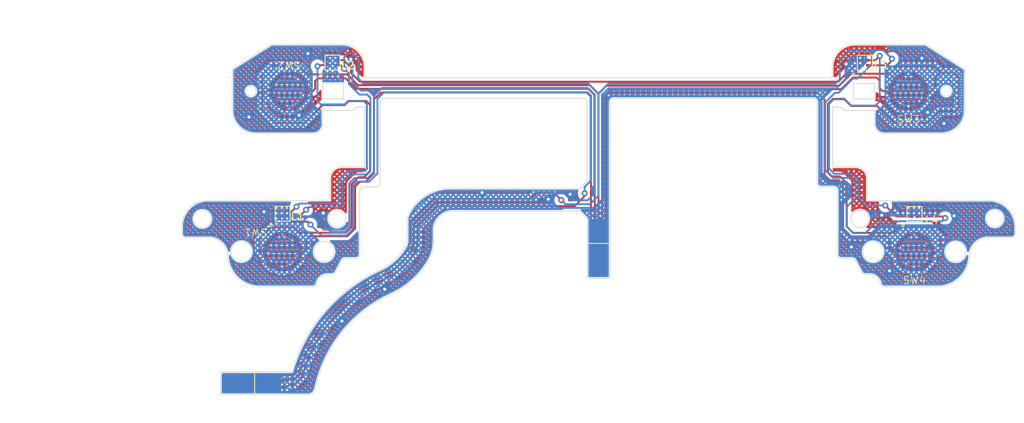
<source format=kicad_pcb>
(kicad_pcb (version 20240108) (generator "pcbnew") (generator_version "8.0")
  (layers (0 "F.Cu" signal) (31 "B.Cu" signal) (34 "B.Paste" user) (35 "F.Paste" user) (36 "B.SilkS" user "B.Silkscreen") (37 "F.SilkS" user "F.Silkscreen") (38 "B.Mask" user) (39 "F.Mask" user) (44 "Edge.Cuts" user))
  (net 0 "")
  (net 1 "ZL_Pull")
  (net 2 "L_Pull")
  (net 3 "Scan_D")
  (net 4 "R_Pull")
  (net 5 "ZR_Pull")
  (net 6 "TRIGGER_RGB")
  (net 7 "GND")
  (net 8 "+3V3")
  (net 9 "Net-(L1-DOUT)")
  (net 10 "Net-(L2-DOUT)")
  (net 11 "Net-(L3-DOUT)")
  (footprint "hhl:SK6805-EC-10" (layer "F.Cu") (at 263.345 116.935)
    (property "Reference" "L3")
    (property "Value" "SK6805-EC-10" (hide yes))
  )
  (footprint "hhl:starprint" (layer "F.Cu") (at 269.9 141.935)
    (property "Reference" "SW4")
    (property "Value" "SW_Push" (hide yes))
  )
  (footprint "hhl:SK6805-EC-10" (layer "F.Cu") (at 269.9 136.935)
    (property "Reference" "L4")
    (property "Value" "SK6805-EC-10" (hide yes))
  )
  (footprint "hhl:molex_5034800540_ribbon" (layer "F.Cu") (at 228.1 142.6875)
    (property "Reference" "J1" (hide yes))
    (property "Value" "Conn_01x05_Pin" (hide yes))
  )
  (footprint "hhl:molex_5034800540_ribbon" (layer "F.Cu") (at 180.76 159.328775 -90)
    (property "Reference" "J2" (hide yes))
    (property "Value" "Conn_01x05_Pin" (hide yes))
  )
  (footprint "hhl:starprint" (layer "F.Cu") (at 186.325 141.91 180)
    (property "Reference" "SW1")
    (property "Value" "SW_Push" (hide yes))
  )
  (footprint "hhl:starprint" (layer "F.Cu") (at 269.095 120.685)
    (property "Reference" "SW3")
    (property "Value" "SW_Push" (hide yes))
  )
  (footprint "hhl:SK6805-EC-10" (layer "F.Cu") (at 186.325 136.91)
    (property "Reference" "L1")
    (property "Value" "SK6805-EC-10" (hide yes))
  )
  (footprint "hhl:starprint" (layer "F.Cu") (at 187.175 120.665 180)
    (property "Reference" "SW2")
    (property "Value" "SW_Push" (hide yes))
  )
  (footprint "hhl:SK6805-EC-10" (layer "F.Cu") (at 192.925 116.915)
    (property "Reference" "L2")
    (property "Value" "SK6805-EC-10" (hide yes))
  )
  (gr_line (start 182.62 157.81) (end 182.62 160.81) (stroke (width 0.12)) (layer "F.SilkS"))
  (gr_line (start 229.62 140.83) (end 226.62 140.83) (stroke (width 0.12)) (layer "F.SilkS"))
  (gr_arc (start 173.48499 140.04712) (mid 173.131436 139.900671) (end 172.98498 139.54712) (stroke (width 0.1)) (layer "Edge.Cuts"))
  (gr_arc (start 277.163479 142.54712) (mid 275.832919 145.39229) (end 272.91348 146.550852) (stroke (width 0.1)) (layer "Edge.Cuts"))
  (gr_line (start 191.6012 125.02485) (end 191.6012 123.24433) (stroke (width 0.1)) (layer "Edge.Cuts"))
  (gr_line (start 197.01373 133.34322) (end 198.69711 133.34322) (stroke (width 0.1)) (layer "Edge.Cuts"))
  (gr_circle (center 262.7 137.56) (end 263.88045 137.56) (stroke (width 0.1)) (fill none) (layer "Edge.Cuts"))
  (gr_line (start 191.6012 123.24433) (end 195.53746 123.24433) (stroke (width 0.1)) (layer "Edge.Cuts"))
  (gr_line (start 178.125 160.828775) (end 178.125 157.828775) (stroke (width 0.1)) (layer "Edge.Cuts"))
  (gr_line (start 196.08523 122.80374) (end 197.1403 122.80374) (stroke (width 0.1)) (layer "Edge.Cuts"))
  (gr_line (start 261.82998 119.66473) (end 264.6251 119.66473) (stroke (width 0.1)) (layer "Edge.Cuts"))
  (gr_arc (start 199.19711 132.84322) (mid 199.050657 133.196764) (end 198.69711 133.34321) (stroke (width 0.1)) (layer "Edge.Cuts"))
  (gr_arc (start 193.29665 144.63379) (mid 193.112597 144.829312) (end 192.85394 144.901433) (stroke (width 0.1)) (layer "Edge.Cuts"))
  (gr_line (start 199.69711 121.63983) (end 226.11315 121.63983) (stroke (width 0.1)) (layer "Edge.Cuts"))
  (gr_arc (start 196.51373 142.26907) (mid 196.367296 142.622653) (end 196.01373 142.76913) (stroke (width 0.1)) (layer "Edge.Cuts"))
  (gr_line (start 172.98499 138.635) (end 172.98498 139.54712) (stroke (width 0.1)) (layer "Edge.Cuts"))
  (gr_line (start 265.8751 126.27485) (end 273.46633 126.27485) (stroke (width 0.1)) (layer "Edge.Cuts"))
  (gr_line (start 225.61315 133.55) (end 226.61315 132.55) (stroke (width 0.1)) (layer "Edge.Cuts"))
  (gr_arc (start 283.24131 139.54712) (mid 283.094828 139.900635) (end 282.74131 140.04711) (stroke (width 0.1)) (layer "Edge.Cuts"))
  (gr_circle (center 193.525 137.56) (end 194.68335 137.56) (stroke (width 0.1)) (fill none) (layer "Edge.Cuts"))
  (gr_line (start 192.59357 135.135) (end 176.48499 135.135) (stroke (width 0.1)) (layer "Edge.Cuts"))
  (gr_arc (start 226.11315 121.63983) (mid 226.46666 121.786296) (end 226.61307 122.13983) (stroke (width 0.1)) (layer "Edge.Cuts"))
  (gr_line (start 279.74131 135.135) (end 263.63273 135.135) (stroke (width 0.1)) (layer "Edge.Cuts"))
  (gr_line (start 265.92605 146.54328) (end 272.91348 146.54328) (stroke (width 0.1)) (layer "Edge.Cuts"))
  (gr_line (start 276.56633 117.79304) (end 271.34772 114.50588) (stroke (width 0.1)) (layer "Edge.Cuts"))
  (gr_line (start 260.68884 123.24433) (end 264.6251 123.24433) (stroke (width 0.1)) (layer "Edge.Cuts"))
  (gr_circle (center 275.35 141.935) (end 276.71461 141.935) (stroke (width 0.1)) (fill none) (layer "Edge.Cuts"))
  (gr_line (start 183.31283 146.54328) (end 190.30025 146.54328) (stroke (width 0.1)) (layer "Edge.Cuts"))
  (gr_line (start 283.24131 139.54712) (end 283.24131 138.635) (stroke (width 0.1)) (layer "Edge.Cuts"))
  (gr_line (start 259.03189 118.92878) (end 197.19442 118.92878) (stroke (width 0.1)) (layer "Edge.Cuts"))
  (gr_arc (start 194.1351 143.03666) (mid 194.31916 142.841178) (end 194.5778 142.769094) (stroke (width 0.1)) (layer "Edge.Cuts"))
  (gr_arc (start 265.8751 126.27485) (mid 264.99117 125.908766) (end 264.62505 125.02485) (stroke (width 0.1)) (layer "Edge.Cuts"))
  (gr_arc (start 196.51373 133.84322) (mid 196.660171 133.489664) (end 197.01373 133.34323) (stroke (width 0.1)) (layer "Edge.Cuts"))
  (gr_arc (start 202.807372 140.506638) (mid 202.756233 140.894969) (end 202.606305 141.256819) (stroke (width 0.1)) (layer "Edge.Cuts"))
  (gr_line (start 259.03189 117.50588) (end 259.03189 118.92878) (stroke (width 0.1)) (layer "Edge.Cuts"))
  (gr_line (start 225.61315 133.55) (end 208.481661 133.55) (stroke (width 0.1)) (layer "Edge.Cuts"))
  (gr_arc (start 182.75998 126.27485) (mid 180.567944 125.366877) (end 179.65995 123.17485) (stroke (width 0.1)) (layer "Edge.Cuts"))
  (gr_circle (center 274.10824 120.68956) (end 274.80083 120.68956) (stroke (width 0.1)) (fill none) (layer "Edge.Cuts"))
  (gr_arc (start 262.13273 130.71965) (mid 263.193388 131.158997) (end 263.63275 132.21965) (stroke (width 0.1)) (layer "Edge.Cuts"))
  (gr_line (start 184.87858 114.50588) (end 179.65998 117.79304) (stroke (width 0.1)) (layer "Edge.Cuts"))
  (gr_arc (start 263.37236 144.90139) (mid 263.113693 144.829317) (end 262.929615 144.633822) (stroke (width 0.1)) (layer "Edge.Cuts"))
  (gr_arc (start 263.95837 144.90139) (mid 264.919357 145.249706) (end 265.434069 146.13282) (stroke (width 0.1)) (layer "Edge.Cuts"))
  (gr_line (start 263.37236 144.90139) (end 263.95837 144.90139) (stroke (width 0.1)) (layer "Edge.Cuts"))
  (gr_line (start 230.11315 121.63983) (end 256.5292 121.63983) (stroke (width 0.1)) (layer "Edge.Cuts"))
  (gr_arc (start 199.19711 122.13983) (mid 199.343547 121.786261) (end 199.69711 121.63981) (stroke (width 0.1)) (layer "Edge.Cuts"))
  (gr_line (start 197.1403 130.71965) (end 194.09357 130.71965) (stroke (width 0.1)) (layer "Edge.Cuts"))
  (gr_arc (start 259.03189 117.50588) (mid 259.910576 115.384569) (end 262.03189 114.50589) (stroke (width 0.1)) (layer "Edge.Cuts"))
  (gr_line (start 264.6251 119.66473) (end 264.6251 121.69859) (stroke (width 0.1)) (layer "Edge.Cuts"))
  (gr_arc (start 206.307373 138.684823) (mid 207.211675 137.153005) (end 208.88518 136.550002) (stroke (width 0.1)) (layer "Edge.Cuts"))
  (gr_arc (start 205.63715 143.007242) (mid 203.50785 145.646882) (end 200.674616 147.510854) (stroke (width 0.1)) (layer "Edge.Cuts"))
  (gr_line (start 259.086 130.71965) (end 259.086 122.80374) (stroke (width 0.1)) (layer "Edge.Cuts"))
  (gr_line (start 261.82998 121.69859) (end 261.82998 119.66473) (stroke (width 0.1)) (layer "Edge.Cuts"))
  (gr_line (start 260.14107 122.80374) (end 260.68884 123.24433) (stroke (width 0.1)) (layer "Edge.Cuts"))
  (gr_arc (start 265.92605 146.54328) (mid 265.60569 146.427203) (end 265.434109 146.132818) (stroke (width 0.1)) (layer "Edge.Cuts"))
  (gr_line (start 173.48499 140.04712) (end 176.56283 140.04712) (stroke (width 0.1)) (layer "Edge.Cuts"))
  (gr_line (start 189.63702 160.828775) (end 178.125 160.828775) (stroke (width 0.1)) (layer "Edge.Cuts"))
  (gr_arc (start 256.5292 121.63983) (mid 256.882714 121.786308) (end 257.02918 122.13983) (stroke (width 0.1)) (layer "Edge.Cuts"))
  (gr_arc (start 183.31283 146.54328) (mid 180.398577 145.386783) (end 179.070379 142.546669) (stroke (width 0.1)) (layer "Edge.Cuts"))
  (gr_line (start 257.5292 133.34322) (end 259.21257 133.34322) (stroke (width 0.1)) (layer "Edge.Cuts"))
  (gr_line (start 195.53746 123.24433) (end 196.08523 122.80374) (stroke (width 0.1)) (layer "Edge.Cuts"))
  (gr_circle (center 175.7 137.585) (end 176.88045 137.585) (stroke (width 0.1)) (fill none) (layer "Edge.Cuts"))
  (gr_line (start 196.51373 142.26907) (end 196.51373 133.84322) (stroke (width 0.1)) (layer "Edge.Cuts"))
  (gr_circle (center 264.425 141.935) (end 265.78961 141.935) (stroke (width 0.1)) (fill none) (layer "Edge.Cuts"))
  (gr_line (start 226.61315 122.13983) (end 226.61315 132.55) (stroke (width 0.1)) (layer "Edge.Cuts"))
  (gr_line (start 199.19711 132.84322) (end 199.19711 122.13983) (stroke (width 0.1)) (layer "Edge.Cuts"))
  (gr_line (start 193.29665 144.63379) (end 194.1351 143.03666) (stroke (width 0.1)) (layer "Edge.Cuts"))
  (gr_arc (start 257.5292 133.34322) (mid 257.17561 133.196804) (end 257.02918 132.84322) (stroke (width 0.1)) (layer "Edge.Cuts"))
  (gr_circle (center 182.11806 120.68956) (end 182.81065 120.68956) (stroke (width 0.1)) (fill none) (layer "Edge.Cuts"))
  (gr_line (start 206.307372 138.684823) (end 206.307372 140.506638) (stroke (width 0.1)) (layer "Edge.Cuts"))
  (gr_line (start 194.5778 142.76907) (end 196.01373 142.76907) (stroke (width 0.1)) (layer "Edge.Cuts"))
  (gr_arc (start 190.615203 160.036568) (mid 190.266394 160.605873) (end 189.63702 160.828775) (stroke (width 0.1)) (layer "Edge.Cuts"))
  (gr_line (start 191.6012 121.69859) (end 191.6012 119.66473) (stroke (width 0.1)) (layer "Edge.Cuts"))
  (gr_arc (start 194.19442 114.50588) (mid 196.315734 115.384566) (end 197.19442 117.50588) (stroke (width 0.1)) (layer "Edge.Cuts"))
  (gr_line (start 197.1403 122.80374) (end 197.1403 130.71965) (stroke (width 0.1)) (layer "Edge.Cuts"))
  (gr_arc (start 206.307372 140.506638) (mid 206.136904 141.801068) (end 205.637136 143.007235) (stroke (width 0.1)) (layer "Edge.Cuts"))
  (gr_line (start 197.19442 118.92878) (end 197.19442 117.50588) (stroke (width 0.1)) (layer "Edge.Cuts"))
  (gr_line (start 178.125 157.828775) (end 187.561904 157.828775) (stroke (width 0.1)) (layer "Edge.Cuts"))
  (gr_line (start 263.63273 135.135) (end 263.63273 132.21965) (stroke (width 0.1)) (layer "Edge.Cuts"))
  (gr_line (start 264.6251 121.69859) (end 261.82998 121.69859) (stroke (width 0.1)) (layer "Edge.Cuts"))
  (gr_arc (start 260.21257 142.76907) (mid 259.858982 142.622646) (end 259.71253 142.26907) (stroke (width 0.1)) (layer "Edge.Cuts"))
  (gr_line (start 262.13273 130.71965) (end 259.086 130.71965) (stroke (width 0.1)) (layer "Edge.Cuts"))
  (gr_arc (start 279.74131 135.135) (mid 282.216177 136.16013) (end 283.2413 138.635) (stroke (width 0.1)) (layer "Edge.Cuts"))
  (gr_line (start 194.39632 119.66473) (end 194.39632 121.69859) (stroke (width 0.1)) (layer "Edge.Cuts"))
  (gr_arc (start 192.59357 132.21965) (mid 193.03289 131.158947) (end 194.09357 130.71957) (stroke (width 0.1)) (layer "Edge.Cuts"))
  (gr_line (start 191.6012 119.66473) (end 194.39632 119.66473) (stroke (width 0.1)) (layer "Edge.Cuts"))
  (gr_line (start 202.807374 137.375294) (end 202.807372 140.506638) (stroke (width 0.1)) (layer "Edge.Cuts"))
  (gr_line (start 260.21257 142.76907) (end 261.6485 142.76907) (stroke (width 0.1)) (layer "Edge.Cuts"))
  (gr_line (start 259.086 122.80374) (end 260.14107 122.80374) (stroke (width 0.1)) (layer "Edge.Cuts"))
  (gr_arc (start 229.61315 122.13983) (mid 229.759583 121.78624) (end 230.11315 121.63975) (stroke (width 0.1)) (layer "Edge.Cuts"))
  (gr_line (start 226.61315 137.55) (end 226.61315 145.42878) (stroke (width 0.1)) (layer "Edge.Cuts"))
  (gr_line (start 259.71257 133.84322) (end 259.71257 142.26907) (stroke (width 0.1)) (layer "Edge.Cuts"))
  (gr_line (start 262.09121 143.03666) (end 262.92966 144.63379) (stroke (width 0.1)) (layer "Edge.Cuts"))
  (gr_arc (start 176.56283 140.04707) (mid 178.330606 140.77933) (end 179.06283 142.54712) (stroke (width 0.1)) (layer "Edge.Cuts"))
  (gr_arc (start 190.615198 160.036567) (mid 194.154316 152.576611) (end 200.674616 147.510855) (stroke (width 0.1)) (layer "Edge.Cuts"))
  (gr_arc (start 202.807374 137.375294) (mid 205.06003 134.595641) (end 208.481661 133.55) (stroke (width 0.1)) (layer "Edge.Cuts"))
  (gr_line (start 229.61315 145.42878) (end 229.61315 122.13983) (stroke (width 0.1)) (layer "Edge.Cuts"))
  (gr_arc (start 259.21257 133.34322) (mid 259.566106 133.489687) (end 259.71258 133.84322) (stroke (width 0.1)) (layer "Edge.Cuts"))
  (gr_line (start 192.59357 132.21965) (end 192.59357 135.135) (stroke (width 0.1)) (layer "Edge.Cuts"))
  (gr_circle (center 191.8 141.91) (end 193.16461 141.91) (stroke (width 0.1)) (fill none) (layer "Edge.Cuts"))
  (gr_line (start 257.0292 122.13983) (end 257.0292 132.84322) (stroke (width 0.1)) (layer "Edge.Cuts"))
  (gr_circle (center 280.525 137.535) (end 281.68335 137.535) (stroke (width 0.1)) (fill none) (layer "Edge.Cuts"))
  (gr_line (start 225.61315 136.55) (end 208.88518 136.550002) (stroke (width 0.1)) (layer "Edge.Cuts"))
  (gr_line (start 264.6251 123.24433) (end 264.6251 125.02485) (stroke (width 0.1)) (layer "Edge.Cuts"))
  (gr_circle (center 180.875 141.91) (end 182.23961 141.91) (stroke (width 0.1)) (fill none) (layer "Edge.Cuts"))
  (gr_arc (start 190.79217 146.13281) (mid 191.306912 145.249697) (end 192.26793 144.901427) (stroke (width 0.1)) (layer "Edge.Cuts"))
  (gr_line (start 271.34772 114.50588) (end 262.03189 114.50588) (stroke (width 0.1)) (layer "Edge.Cuts"))
  (gr_line (start 194.39632 121.69859) (end 191.6012 121.69859) (stroke (width 0.1)) (layer "Edge.Cuts"))
  (gr_line (start 182.75998 126.27485) (end 190.3512 126.27485) (stroke (width 0.1)) (layer "Edge.Cuts"))
  (gr_line (start 194.19442 114.50588) (end 184.87858 114.50588) (stroke (width 0.1)) (layer "Edge.Cuts"))
  (gr_line (start 276.56633 123.17485) (end 276.56633 117.79304) (stroke (width 0.1)) (layer "Edge.Cuts"))
  (gr_arc (start 172.98499 138.635) (mid 174.010116 136.160123) (end 176.48499 135.13499) (stroke (width 0.1)) (layer "Edge.Cuts"))
  (gr_line (start 192.26793 144.90139) (end 192.85394 144.90139) (stroke (width 0.1)) (layer "Edge.Cuts"))
  (gr_arc (start 190.79217 146.13281) (mid 190.620591 146.427177) (end 190.30025 146.543248) (stroke (width 0.1)) (layer "Edge.Cuts"))
  (gr_arc (start 191.6012 125.02485) (mid 191.235066 125.908701) (end 190.3512 126.2748) (stroke (width 0.1)) (layer "Edge.Cuts"))
  (gr_arc (start 261.6485 142.76907) (mid 261.907162 142.841144) (end 262.091209 143.036665) (stroke (width 0.1)) (layer "Edge.Cuts"))
  (gr_line (start 225.61315 136.55) (end 226.61315 137.55) (stroke (width 0.1)) (layer "Edge.Cuts"))
  (gr_arc (start 187.561905 157.828775) (mid 191.913872 149.798632) (end 199.225585 144.324897) (stroke (width 0.1)) (layer "Edge.Cuts"))
  (gr_line (start 179.65998 117.79304) (end 179.65998 123.17485) (stroke (width 0.1)) (layer "Edge.Cuts"))
  (gr_arc (start 276.56633 123.17485) (mid 275.658374 125.366889) (end 273.46633 126.27482) (stroke (width 0.1)) (layer "Edge.Cuts"))
  (gr_line (start 279.66348 140.04712) (end 282.74131 140.04712) (stroke (width 0.1)) (layer "Edge.Cuts"))
  (gr_arc (start 202.606305 141.256819) (mid 201.155735 143.055082) (end 199.225586 144.324898) (stroke (width 0.1)) (layer "Edge.Cuts"))
  (gr_arc (start 277.16348 142.54712) (mid 277.895711 140.779368) (end 279.66348 140.04719) (stroke (width 0.1)) (layer "Edge.Cuts"))
  (gr_line (start 226.61315 145.42878) (end 229.61315 145.42878) (stroke (width 0.1)) (layer "Edge.Cuts"))
  (segment (start 267.125 141.935) (end 267.5632 141.935) (width 0.25) (layer "F.Cu") (net 1))
  (segment (start 260.44 133.04) (end 260.43 133.05) (width 0.25) (layer "F.Cu") (net 1))
  (segment (start 259.88 132.48) (end 260.44 133.04) (width 0.25) (layer "F.Cu") (net 1))
  (segment (start 229.1 144.1875) (end 229.1 121.2964) (width 0.25) (layer "F.Cu") (net 1))
  (segment (start 258.7 132.48) (end 259.88 132.48) (width 0.25) (layer "F.Cu") (net 1))
  (segment (start 266.62 141.43) (end 267.125 141.935) (width 0.25) (layer "F.Cu") (net 1))
  (segment (start 229.1 121.2964) (end 229.50068 120.89572) (width 0.25) (layer "F.Cu") (net 1))
  (segment (start 229.50068 120.89572) (end 257.11072 120.89572) (width 0.25) (layer "F.Cu") (net 1))
  (segment (start 266.62 140.27) (end 266.62 141.43) (width 0.25) (layer "F.Cu") (net 1))
  (segment (start 261.53 139.9) (end 266.25 139.9) (width 0.25) (layer "F.Cu") (net 1))
  (segment (start 260.43 133.05) (end 260.43 138.8) (width 0.25) (layer "F.Cu") (net 1))
  (segment (start 258 131.78) (end 258.7 132.48) (width 0.25) (layer "F.Cu") (net 1))
  (segment (start 258 121.785) (end 258 131.78) (width 0.25) (layer "F.Cu") (net 1))
  (segment (start 260.43 138.8) (end 261.53 139.9) (width 0.25) (layer "F.Cu") (net 1))
  (segment (start 257.11072 120.89572) (end 258 121.785) (width 0.25) (layer "F.Cu") (net 1))
  (segment (start 266.25 139.9) (end 266.62 140.27) (width 0.25) (layer "F.Cu") (net 1))
  (segment (start 261.76 118.89) (end 264.89 118.89) (width 0.25) (layer "F.Cu") (net 2))
  (segment (start 229.33 120.43) (end 260.22 120.43) (width 0.25) (layer "F.Cu") (net 2))
  (segment (start 266.845224 120.685) (end 266.845323 120.684901) (width 0.25) (layer "F.Cu") (net 2))
  (segment (start 265.27 119.27) (end 265.27 120.26) (width 0.25) (layer "F.Cu") (net 2))
  (segment (start 260.22 120.43) (end 261.76 118.89) (width 0.25) (layer "F.Cu") (net 2))
  (segment (start 228.6 121.16) (end 229.33 120.43) (width 0.25) (layer "F.Cu") (net 2))
  (segment (start 265.27 120.26) (end 265.695 120.685) (width 0.25) (layer "F.Cu") (net 2))
  (segment (start 264.89 118.89) (end 265.27 119.27) (width 0.25) (layer "F.Cu") (net 2))
  (segment (start 265.695 120.685) (end 266.845224 120.685) (width 0.25) (layer "F.Cu") (net 2))
  (segment (start 228.6 144.1875) (end 228.6 121.16) (width 0.25) (layer "F.Cu") (net 2))
  (segment (start 272.68 118.90168) (end 273.33584 118.24584) (width 0.25) (layer "F.Cu") (net 3))
  (segment (start 184.8382 120.665) (end 184.215 120.665) (width 0.25) (layer "F.Cu") (net 3))
  (segment (start 195.437185 132.992815) (end 195.437185 138.650046) (width 0.25) (layer "F.Cu") (net 3))
  (segment (start 267.15 139.43) (end 267.91 138.67) (width 0.25) (layer "F.Cu") (net 3))
  (segment (start 259.96 119.97) (end 261.55 118.38) (width 0.25) (layer "F.Cu") (net 3))
  (segment (start 226.9775 119.9) (end 196.28 119.9) (width 0.25) (layer "F.Cu") (net 3))
  (segment (start 184.215 120.665) (end 183.62 121.26) (width 0.25) (layer "F.Cu") (net 3))
  (segment (start 197.12 132.06) (end 196.37 132.06) (width 0.25) (layer "F.Cu") (net 3))
  (segment (start 272.68 120.05) (end 272.68 118.90168) (width 0.25) (layer "F.Cu") (net 3))
  (segment (start 267.66 117.39) (end 272.48 117.39) (width 0.25) (layer "F.Cu") (net 3))
  (segment (start 275.18584 118.24584) (end 275.75 118.81) (width 0.25) (layer "F.Cu") (net 3))
  (segment (start 272.48 117.39) (end 273.33584 118.24584) (width 0.25) (layer "F.Cu") (net 3))
  (segment (start 188.56 139.41) (end 187.83 138.68) (width 0.25) (layer "F.Cu") (net 3))
  (segment (start 258.45 122.36) (end 258.45 131.42) (width 0.25) (layer "F.Cu") (net 3))
  (segment (start 266.67 118.38) (end 267.66 117.39) (width 0.25) (layer "F.Cu") (net 3))
  (segment (start 194.525 122.535) (end 195.07 121.99) (width 0.25) (layer "F.Cu") (net 3))
  (segment (start 272.995098 141.934902) (end 272.150002 141.934902) (width 0.25) (layer "F.Cu") (net 3))
  (segment (start 259.11 121.7) (end 258.45 122.36) (width 0.25) (layer "F.Cu") (net 3))
  (segment (start 229.1525 119.97) (end 259.96 119.97) (width 0.25) (layer "F.Cu") (net 3))
  (segment (start 196.28 119.9) (end 194.85 118.47) (width 0.25) (layer "F.Cu") (net 3))
  (segment (start 275.75 118.81) (end 275.75 122.935) (width 0.25) (layer "F.Cu") (net 3))
  (segment (start 191.575 122.535) (end 194.525 122.535) (width 0.25) (layer "F.Cu") (net 3))
  (segment (start 228.1 144.1875) (end 228.1 121.0225) (width 0.25) (layer "F.Cu") (net 3))
  (segment (start 183.62 118.5) (end 183.62 121.26) (width 0.25) (layer "F.Cu") (net 3))
  (segment (start 261.565 122.65) (end 260.615 121.7) (width 0.25) (layer "F.Cu") (net 3))
  (segment (start 195.437185 138.650046) (end 194.677231 139.41) (width 0.25) (layer "F.Cu") (net 3))
  (segment (start 194.85 118.47) (end 189.59 118.47) (width 0.25) (layer "F.Cu") (net 3))
  (segment (start 183.62 121.26) (end 183.62 123.13) (width 0.25) (layer "F.Cu") (net 3))
  (segment (start 196.37 132.06) (end 195.437185 132.992815) (width 0.25) (layer "F.Cu") (net 3))
  (segment (start 264.9536 122.65) (end 261.565 122.65) (width 0.25) (layer "F.Cu") (net 3))
  (segment (start 197.87 122.486827) (end 197.87 131.31) (width 0.25) (layer "F.Cu") (net 3))
  (segment (start 188.45 117.33) (end 184.79 117.33) (width 0.25) (layer "F.Cu") (net 3))
  (segment (start 228.1 121.0225) (end 226.9775 119.9) (width 0.25) (layer "F.Cu") (net 3))
  (segment (start 197.373173 121.99) (end 197.87 122.486827) (width 0.25) (layer "F.Cu") (net 3))
  (segment (start 271.4318 120.685) (end 272.045 120.685) (width 0.25) (layer "F.Cu") (net 3))
  (segment (start 228.1 121.0225) (end 229.1525 119.97) (width 0.25) (layer "F.Cu") (net 3))
  (segment (start 183.25 140.25) (end 183.25 141.740477) (width 0.25) (layer "F.Cu") (net 3))
  (segment (start 258.99 131.96) (end 260.03 131.96) (width 0.25) (layer "F.Cu") (net 3))
  (segment (start 195.07 121.99) (end 197.373173 121.99) (width 0.25) (layer "F.Cu") (net 3))
  (segment (start 267.91 138.67) (end 271.93 138.67) (width 0.25) (layer "F.Cu") (net 3))
  (segment (start 273.35 141.58) (end 272.995098 141.934902) (width 0.25) (layer "F.Cu") (net 3))
  (segment (start 272.045 120.685) (end 272.68 120.05) (width 0.25) (layer "F.Cu") (net 3))
  (segment (start 267.1886 124.885) (end 264.9536 122.65) (width 0.25) (layer "F.Cu") (net 3))
  (segment (start 273.33584 118.24584) (end 275.18584 118.24584) (width 0.25) (layer "F.Cu") (net 3))
  (segment (start 260.03 131.96) (end 260.92 132.85) (width 0.25) (layer "F.Cu") (net 3))
  (segment (start 260.615 121.7) (end 259.11 121.7) (width 0.25) (layer "F.Cu") (net 3))
  (segment (start 273.225 123.335) (end 271.675 124.885) (width 0.25) (layer "F.Cu") (net 3))
  (segment (start 184.79 117.33) (end 183.62 118.5) (width 0.25) (layer "F.Cu") (net 3))
  (segment (start 271.93 138.67) (end 273.35 140.09) (width 0.25) (layer "F.Cu") (net 3))
  (segment (start 261.55 118.38) (end 266.67 118.38) (width 0.25) (layer "F.Cu") (net 3))
  (segment (start 260.92 132.85) (end 260.92 138.59) (width 0.25) (layer "F.Cu") (net 3))
  (segment (start 189.2 124.91) (end 191.575 122.535) (width 0.25) (layer "F.Cu") (net 3))
  (segment (start 260.92 138.59) (end 261.76 139.43) (width 0.25) (layer "F.Cu") (net 3))
  (segment (start 185.4 124.91) (end 189.2 124.91) (width 0.25) (layer "F.Cu") (net 3))
  (segment (start 183.419621 141.910098) (end 184.074998 141.910098) (width 0.25) (layer "F.Cu") (net 3))
  (segment (start 184.82 138.68) (end 183.25 140.25) (width 0.25) (layer "F.Cu") (net 3))
  (segment (start 187.83 138.68) (end 184.82 138.68) (width 0.25) (layer "F.Cu") (net 3))
  (segment (start 271.675 124.885) (end 267.1886 124.885) (width 0.25) (layer "F.Cu") (net 3))
  (segment (start 197.87 131.31) (end 197.12 132.06) (width 0.25) (layer "F.Cu") (net 3))
  (segment (start 189.59 118.47) (end 188.45 117.33) (width 0.25) (layer "F.Cu") (net 3))
  (segment (start 275.35 123.335) (end 273.225 123.335) (width 0.25) (layer "F.Cu") (net 3))
  (segment (start 183.25 141.740477) (end 183.419621 141.910098) (width 0.25) (layer "F.Cu") (net 3))
  (segment (start 273.35 140.09) (end 273.35 141.58) (width 0.25) (layer "F.Cu") (net 3))
  (segment (start 194.677231 139.41) (end 188.56 139.41) (width 0.25) (layer "F.Cu") (net 3))
  (segment (start 183.62 123.13) (end 185.4 124.91) (width 0.25) (layer "F.Cu") (net 3))
  (segment (start 275.75 122.935) (end 275.35 123.335) (width 0.25) (layer "F.Cu") (net 3))
  (segment (start 261.76 139.43) (end 267.15 139.43) (width 0.25) (layer "F.Cu") (net 3))
  (segment (start 258.45 131.42) (end 258.99 131.96) (width 0.25) (layer "F.Cu") (net 3))
  (segment (start 226.8211 120.38) (end 196.04 120.38) (width 0.25) (layer "F.Cu") (net 4))
  (segment (start 227.6 121.1589) (end 226.8211 120.38) (width 0.25) (layer "F.Cu") (net 4))
  (segment (start 190.62 119.34) (end 190.62 120.39) (width 0.25) (layer "F.Cu") (net 4))
  (segment (start 196.04 120.38) (end 194.66 119) (width 0.25) (layer "F.Cu") (net 4))
  (segment (start 190.62 120.39) (end 190.344901 120.665099) (width 0.25) (layer "F.Cu") (net 4))
  (segment (start 190.344901 120.665099) (end 189.424677 120.665099) (width 0.25) (layer "F.Cu") (net 4))
  (segment (start 190.96 119) (end 190.62 119.34) (width 0.25) (layer "F.Cu") (net 4))
  (segment (start 227.6 144.1875) (end 227.6 121.1589) (width 0.25) (layer "F.Cu") (net 4))
  (segment (start 194.66 119) (end 190.96 119) (width 0.25) (layer "F.Cu") (net 4))
  (segment (start 227.1 121.31) (end 227.1 121.81) (width 0.25) (layer "F.Cu") (net 5))
  (segment (start 198.39 121.7825) (end 199.2925 120.88) (width 0.25) (layer "F.Cu") (net 5))
  (segment (start 226.67 120.88) (end 227.1 121.31) (width 0.25) (layer "F.Cu") (net 5))
  (segment (start 197.3 132.67) (end 198.39 131.58) (width 0.25) (layer "F.Cu") (net 5))
  (segment (start 195.9 133.32) (end 196.55 132.67) (width 0.25) (layer "F.Cu") (net 5))
  (segment (start 189.43 141.56) (end 189.43 140.39) (width 0.25) (layer "F.Cu") (net 5))
  (segment (start 189.43 140.39) (end 189.94 139.88) (width 0.25) (layer "F.Cu") (net 5))
  (segment (start 188.574677 141.910099) (end 189.079901 141.910099) (width 0.25) (layer "F.Cu") (net 5))
  (segment (start 195.9 138.85) (end 195.9 133.32) (width 0.25) (layer "F.Cu") (net 5))
  (segment (start 189.079901 141.910099) (end 189.43 141.56) (width 0.25) (layer "F.Cu") (net 5))
  (segment (start 196.55 132.67) (end 197.3 132.67) (width 0.25) (layer "F.Cu") (net 5))
  (segment (start 189.94 139.88) (end 194.87 139.88) (width 0.25) (layer "F.Cu") (net 5))
  (segment (start 198.39 131.58) (end 198.39 121.7825) (width 0.25) (layer "F.Cu") (net 5))
  (segment (start 194.87 139.88) (end 195.9 138.85) (width 0.25) (layer "F.Cu") (net 5))
  (segment (start 227.1 144.1875) (end 227.1 121.81) (width 0.25) (layer "F.Cu") (net 5))
  (segment (start 199.2925 120.88) (end 226.67 120.88) (width 0.25) (layer "F.Cu") (net 5))
  (segment (start 185.87 160.05) (end 184.31 160.33) (width 0.25) (layer "F.Cu") (net 6))
  (segment (start 188.73 158.64) (end 188.03 159.35) (width 0.25) (layer "F.Cu") (net 6))
  (segment (start 224.94 135.9) (end 206.83 135.9) (width 0.25) (layer "F.Cu") (net 6))
  (segment (start 206.83 135.9) (end 204.19 138.54) (width 0.25) (layer "F.Cu") (net 6))
  (segment (start 201.64 144.46) (end 200.66 145.09) (width 0.25) (layer "F.Cu") (net 6))
  (segment (start 188.03 159.35) (end 185.87 160.05) (width 0.25) (layer "F.Cu") (net 6))
  (segment (start 203.85 141.93) (end 203.17 142.92) (width 0.25) (layer "F.Cu") (net 6))
  (segment (start 191.66 152.48) (end 190.72 153.92) (width 0.25) (layer "F.Cu") (net 6))
  (segment (start 190.16 154.99) (end 189.6 156.31) (width 0.25) (layer "F.Cu") (net 6))
  (segment (start 192.61 151.17) (end 191.66 152.48) (width 0.25) (layer "F.Cu") (net 6))
  (segment (start 189.6 156.31) (end 189.22 157.4) (width 0.25) (layer "F.Cu") (net 6))
  (segment (start 189.11 157.83) (end 188.73 158.64) (width 0.25) (layer "F.Cu") (net 6))
  (segment (start 189.61 137.95) (end 186.25 137.95) (width 0.25) (layer "F.Cu") (net 6))
  (segment (start 194.52 149.11) (end 193.43 150.26) (width 0.25) (layer "F.Cu") (net 6))
  (segment (start 202.54 143.64) (end 201.64 144.46) (width 0.25) (layer "F.Cu") (net 6))
  (segment (start 204.06 141.44) (end 203.85 141.93) (width 0.25) (layer "F.Cu") (net 6))
  (segment (start 190.72 153.92) (end 190.16 154.99) (width 0.25) (layer "F.Cu") (net 6))
  (segment (start 185.99 137.69) (end 185.99 137.245) (width 0.25) (layer "F.Cu") (net 6))
  (segment (start 204.19 138.54) (end 204.19 140.27) (width 0.25) (layer "F.Cu") (net 6))
  (segment (start 193.43 150.26) (end 192.61 151.17) (width 0.25) (layer "F.Cu") (net 6))
  (segment (start 199.24 145.82) (end 197.46 146.86) (width 0.25) (layer "F.Cu") (net 6))
  (segment (start 190 138.34) (end 189.61 137.95) (width 0.25) (layer "F.Cu") (net 6))
  (segment (start 180.260678 160.329453) (end 180.26 160.328775) (width 0.25) (layer "F.Cu") (net 6))
  (segment (start 203.17 142.92) (end 202.54 143.64) (width 0.25) (layer "F.Cu") (net 6))
  (segment (start 184.31 160.33) (end 184.309453 160.329453) (width 0.25) (layer "F.Cu") (net 6))
  (segment (start 195.93 147.97) (end 194.52 149.11) (width 0.25) (layer "F.Cu") (net 6))
  (segment (start 184.309453 160.329453) (end 180.260678 160.329453) (width 0.25) (layer "F.Cu") (net 6))
  (segment (start 226.27 134.2) (end 226.27 134.57) (width 0.25) (layer "F.Cu") (net 6))
  (segment (start 186.25 137.95) (end 185.99 137.69) (width 0.25) (layer "F.Cu") (net 6))
  (segment (start 189.22 157.4) (end 189.11 157.83) (width 0.25) (layer "F.Cu") (net 6))
  (segment (start 226.27 134.57) (end 224.94 135.9) (width 0.25) (layer "F.Cu") (net 6))
  (segment (start 204.19 140.27) (end 204.06 141.44) (width 0.25) (layer "F.Cu") (net 6))
  (segment (start 197.46 146.86) (end 195.93 147.97) (width 0.25) (layer "F.Cu") (net 6))
  (segment (start 200.66 145.09) (end 199.24 145.82) (width 0.25) (layer "F.Cu") (net 6))
  (via (at 226.27 134.2) (size 0.8) (drill 0.4) (layers "F.Cu" "B.Cu") (net 6))
  (via (at 190 138.34) (size 0.8) (drill 0.4) (layers "F.Cu" "B.Cu") (net 6))
  (segment (start 195.62 133.21) (end 195.62 138.926396) (width 0.25) (layer "B.Cu") (net 6))
  (segment (start 226.5 120.83) (end 199.73 120.83) (width 0.25) (layer "B.Cu") (net 6))
  (segment (start 227.05 132.56) (end 227.05 121.38) (width 0.25) (layer "B.Cu") (net 6))
  (segment (start 199.73 120.83) (end 198.86 121.7) (width 0.25) (layer "B.Cu") (net 6))
  (segment (start 197.77 132.66) (end 196.17 132.66) (width 0.25) (layer "B.Cu") (net 6))
  (segment (start 196.17 132.66) (end 195.62 133.21) (width 0.25) (layer "B.Cu") (net 6))
  (segment (start 198.86 131.57) (end 197.77 132.66) (width 0.25) (layer "B.Cu") (net 6))
  (segment (start 198.86 121.7) (end 198.86 131.57) (width 0.25) (layer "B.Cu") (net 6))
  (segment (start 194.776396 139.77) (end 191.43 139.77) (width 0.25) (layer "B.Cu") (net 6))
  (segment (start 226.27 133.34) (end 227.05 132.56) (width 0.25) (layer "B.Cu") (net 6))
  (segment (start 195.62 138.926396) (end 194.776396 139.77) (width 0.25) (layer "B.Cu") (net 6))
  (segment (start 226.27 134.2) (end 226.27 133.34) (width 0.25) (layer "B.Cu") (net 6))
  (segment (start 191.43 139.77) (end 190 138.34) (width 0.25) (layer "B.Cu") (net 6))
  (segment (start 227.05 121.38) (end 226.5 120.83) (width 0.25) (layer "B.Cu") (net 6))
  (segment (start 192.28 150.75) (end 191.33 152.04) (width 0.25) (layer "F.Cu") (net 7))
  (segment (start 183.781967 159.828672) (end 183.80819 159.802449) (width 0.25) (layer "F.Cu") (net 7))
  (segment (start 203 142.29) (end 202.29 143.17) (width 0.25) (layer "F.Cu") (net 7))
  (segment (start 221.46 134.98) (end 221.04 135.4) (width 0.25) (layer "F.Cu") (net 7))
  (segment (start 180.260103 159.828672) (end 183.781967 159.828672) (width 0.25) (layer "F.Cu") (net 7))
  (segment (start 200.61 144.56) (end 199.52 145.11) (width 0.25) (layer "F.Cu") (net 7))
  (segment (start 269.565 136.6) (end 269.565 135.885) (width 0.25) (layer "F.Cu") (net 7))
  (segment (start 187.91 158.71) (end 187.23 158.81) (width 0.25) (layer "F.Cu") (net 7))
  (segment (start 261.34 116.6) (end 263.01 116.6) (width 0.25) (layer "F.Cu") (net 7))
  (segment (start 271.55 135.74) (end 273.71 135.74) (width 0.25) (layer "F.Cu") (net 7))
  (segment (start 184.96 159.67) (end 185.89 158.9) (width 0.25) (layer "F.Cu") (net 7))
  (segment (start 269.61 135.84) (end 269.71 135.74) (width 0.25) (layer "F.Cu") (net 7))
  (segment (start 189.66 154.82) (end 189.18 156.01) (width 0.25) (layer "F.Cu") (net 7))
  (segment (start 183.915 136.575) (end 183.85 136.64) (width 0.25) (layer "F.Cu") (net 7))
  (segment (start 195.159015 116.469015) (end 194.24 115.55) (width 0.25) (layer "F.Cu") (net 7))
  (segment (start 190.25 153.73) (end 189.66 154.82) (width 0.25) (layer "F.Cu") (net 7))
  (segment (start 191.78 116.58) (end 192.59 116.58) (width 0.25) (layer "F.Cu") (net 7))
  (segment (start 187.23 158.81) (end 185.89 158.9) (width 0.25) (layer "F.Cu") (net 7))
  (segment (start 193.09 149.84) (end 192.28 150.75) (width 0.25) (layer "F.Cu") (net 7))
  (segment (start 197.01 146.54) (end 195.43 147.69) (width 0.25) (layer "F.Cu") (net 7))
  (segment (start 189.18 156.01) (end 188.7 157.25) (width 0.25) (layer "F.Cu") (net 7))
  (segment (start 206.64 135.4) (end 203.66 138.38) (width 0.25) (layer "F.Cu") (net 7))
  (segment (start 221.04 135.4) (end 206.64 135.4) (width 0.25) (layer "F.Cu") (net 7))
  (segment (start 199.52 145.11) (end 198.19 145.83) (width 0.25) (layer "F.Cu") (net 7))
  (segment (start 269.565 135.885) (end 269.61 135.84) (width 0.25) (layer "F.Cu") (net 7))
  (segment (start 201.48 143.95) (end 200.61 144.56) (width 0.25) (layer "F.Cu") (net 7))
  (segment (start 180.26 159.328775) (end 180.262323 159.331098) (width 0.25) (layer "F.Cu") (net 7))
  (segment (start 195.43 147.69) (end 194.24 148.63) (width 0.25) (layer "F.Cu") (net 7))
  (segment (start 184.278902 159.331098) (end 184.31 159.3) (width 0.25) (layer "F.Cu") (net 7))
  (segment (start 188.32 158.35) (end 187.91 158.71) (width 0.25) (layer "F.Cu") (net 7))
  (segment (start 180.262323 159.331098) (end 184.278902 159.331098) (width 0.25) (layer "F.Cu") (net 7))
  (segment (start 194.24 148.63) (end 193.09 149.84) (width 0.25) (layer "F.Cu") (net 7))
  (segment (start 180.26 159.828775) (end 180.260103 159.828672) (width 0.25) (layer "F.Cu") (net 7))
  (segment (start 191.56 116.36) (end 191.78 116.58) (width 0.25) (layer "F.Cu") (net 7))
  (segment (start 191.33 152.04) (end 190.64 153.03) (width 0.25) (layer "F.Cu") (net 7))
  (segment (start 198.19 145.83) (end 197.01 146.54) (width 0.25) (layer "F.Cu") (net 7))
  (segment (start 185.99 136.575) (end 183.915 136.575) (width 0.25) (layer "F.Cu") (net 7))
  (segment (start 184.31 159.3) (end 185.89 158.9) (width 0.25) (layer "F.Cu") (net 7))
  (segment (start 203.49 141.54) (end 203 142.29) (width 0.25) (layer "F.Cu") (net 7))
  (segment (start 273.71 135.74) (end 275.14 137.17) (width 0.25) (layer "F.Cu") (net 7))
  (segment (start 188.7 157.25) (end 188.55 157.9) (width 0.25) (layer "F.Cu") (net 7))
  (segment (start 203.66 139.45) (end 203.65 140.77) (width 0.25) (layer "F.Cu") (net 7))
  (segment (start 260.85 117.09) (end 261.34 116.6) (width 0.25) (layer "F.Cu") (net 7))
  (segment (start 202.29 143.17) (end 201.48 143.95) (width 0.25) (layer "F.Cu") (net 7))
  (segment (start 269.71 135.74) (end 271.55 135.74) (width 0.25) (layer "F.Cu") (net 7))
  (segment (start 191.77 115.55) (end 191.56 115.76) (width 0.25) (layer "F.Cu") (net 7))
  (segment (start 191.56 115.76) (end 191.56 116.36) (width 0.25) (layer "F.Cu") (net 7))
  (segment (start 188.55 157.9) (end 188.32 158.35) (width 0.25) (layer "F.Cu") (net 7))
  (segment (start 203.66 138.38) (end 203.66 139.45) (width 0.25) (layer "F.Cu") (net 7))
  (segment (start 183.80819 159.802449) (end 184.96 159.67) (width 0.25) (layer "F.Cu") (net 7))
  (segment (start 195.32984 116.469015) (end 195.159015 116.469015) (width 0.25) (layer "F.Cu") (net 7))
  (segment (start 203.65 140.77) (end 203.49 141.54) (width 0.25) (layer "F.Cu") (net 7))
  (segment (start 194.24 115.55) (end 191.77 115.55) (width 0.25) (layer "F.Cu") (net 7))
  (segment (start 190.64 153.03) (end 190.25 153.73) (width 0.25) (layer "F.Cu") (net 7))
  (via (at 224.35 134.32) (size 0.8) (drill 0.4) (layers "F.Cu" "B.Cu") (net 7))
  (via (at 260.85 117.09) (size 0.8) (drill 0.4) (layers "F.Cu" "B.Cu") (net 7))
  (via (at 199.82 146.89) (size 0.8) (drill 0.4) (layers "F.Cu" "B.Cu") (net 7))
  (via (at 194.16 151.1) (size 0.8) (drill 0.4) (layers "F.Cu" "B.Cu") (net 7))
  (via (at 188.49 123.87) (size 0.8) (drill 0.4) (layers "F.Cu" "B.Cu") (net 7))
  (via (at 195.32984 116.469015) (size 0.8) (drill 0.4) (layers "F.Cu" "B.Cu") (net 7))
  (via (at 221.46 134.98) (size 0.8) (drill 0.4) (layers "F.Cu" "B.Cu") (net 7))
  (via (at 273.81 124.96) (size 0.8) (drill 0.4) (layers "F.Cu" "B.Cu") (net 7))
  (via (at 261.55 141.3) (size 0.8) (drill 0.4) (layers "F.Cu" "B.Cu") (net 7))
  (via (at 275.14 137.17) (size 0.8) (drill 0.4) (layers "F.Cu" "B.Cu") (net 7))
  (via (at 189.67 115.71) (size 0.8) (drill 0.4) (layers "F.Cu" "B.Cu") (net 7))
  (via (at 266.6 144.45) (size 0.8) (drill 0.4) (layers "F.Cu" "B.Cu") (net 7))
  (via (at 265.57 137.1) (size 0.8) (drill 0.4) (layers "F.Cu" "B.Cu") (net 7))
  (via (at 271.64 123.49) (size 0.8) (drill 0.4) (layers "F.Cu" "B.Cu") (net 7))
  (via (at 191.69 136.82) (size 0.8) (drill 0.4) (layers "F.Cu" "B.Cu") (net 7))
  (via (at 212.708535 134.10691) (size 0.8) (drill 0.4) (layers "F.Cu" "B.Cu") (net 7))
  (via (at 270.88 116.33) (size 0.8) (drill 0.4) (layers "F.Cu" "B.Cu") (net 7))
  (via (at 183.85 136.64) (size 0.8) (drill 0.4) (layers "F.Cu" "B.Cu") (net 7))
  (via (at 181.86 124.1) (size 0.8) (drill 0.4) (layers "F.Cu" "B.Cu") (net 7))
  (segment (start 263.7 139.99) (end 261.55 139.99) (width 0.25) (layer "B.Cu") (net 7))
  (segment (start 226.64 120.27) (end 199.44 120.27) (width 0.25) (layer "B.Cu") (net 7))
  (segment (start 260.47 135.63) (end 261.52 134.58) (width 0.25) (layer "B.Cu") (net 7))
  (segment (start 261.52 134.58) (end 261.52 133.31) (width 0.25) (layer "B.Cu") (net 7))
  (segment (start 275.14 137.78) (end 274.49 138.43) (width 0.25) (layer "B.Cu") (net 7))
  (segment (start 258.77 132.66) (end 257.62 131.51) (width 0.25) (layer "B.Cu") (net 7))
  (segment (start 260.47 138.91) (end 260.47 135.63) (width 0.25) (layer "B.Cu") (net 7))
  (segment (start 197.67 120.6) (end 198.39 121.32) (width 0.25) (layer "B.Cu") (net 7))
  (segment (start 197.58 132.18) (end 195.82 132.18) (width 0.25) (layer "B.Cu") (net 7))
  (segment (start 229.46 120.31) (end 259.12 120.31) (width 0.25) (layer "B.Cu") (net 7))
  (segment (start 195.55 119.5) (end 196.65 120.6) (width 0.25) (layer "B.Cu") (net 7))
  (segment (start 260.39 119.47) (end 260.85 119.01) (width 0.25) (layer "B.Cu") (net 7))
  (segment (start 195.55 116.689175) (end 195.55 119.5) (width 0.25) (layer "B.Cu") (net 7))
  (segment (start 192.72 139.32) (end 190.64 137.24) (width 0.25) (layer "B.Cu") (net 7))
  (segment (start 195.14 132.86) (end 195.14 138.77) (width 0.25) (layer "B.Cu") (net 7))
  (segment (start 195.82 132.18) (end 195.14 132.86) (width 0.25) (layer "B.Cu") (net 7))
  (segment (start 222.6 136.12) (end 227.5 136.12) (width 0.25) (layer "B.Cu") (net 7))
  (segment (start 228.56 135.06) (end 228.56 121.21) (width 0.25) (layer "B.Cu") (net 7))
  (segment (start 224.5 135.13) (end 226.66 135.13) (width 0.25) (layer "B.Cu") (net 7))
  (segment (start 221.46 134.98) (end 222.6 136.12) (width 0.25) (layer "B.Cu") (net 7))
  (segment (start 265.26 138.43) (end 263.7 139.99) (width 0.25) (layer "B.Cu") (net 7))
  (segment (start 195.14 138.77) (end 194.59 139.32) (width 0.25) (layer "B.Cu") (net 7))
  (segment (start 260.87 132.66) (end 258.77 132.66) (width 0.25) (layer "B.Cu") (net 7))
  (segment (start 222.22 134.22) (end 223.59 134.22) (width 0.25) (layer "B.Cu") (net 7))
  (segment (start 257.62 121.81) (end 259.12 120.31) (width 0.25) (layer "B.Cu") (net 7))
  (segment (start 184.45 137.24) (end 183.85 136.64) (width 0.25) (layer "B.Cu") (net 7))
  (segment (start 190.64 137.24) (end 184.45 137.24) (width 0.25) (layer "B.Cu") (net 7))
  (segment (start 257.62 131.51) (end 257.62 121.81) (width 0.25) (layer "B.Cu") (net 7))
  (segment (start 195.32984 116.469015) (end 195.55 116.689175) (width 0.25) (layer "B.Cu") (net 7))
  (segment (start 227.53 134.26) (end 227.53 121.16) (width 0.25) (layer "B.Cu") (net 7))
  (segment (start 199.44 120.27) (end 198.39 121.32) (width 0.25) (layer "B.Cu") (net 7))
  (segment (start 196.65 120.6) (end 197.67 120.6) (width 0.25) (layer "B.Cu") (net 7))
  (segment (start 227.5 136.12) (end 228.56 135.06) (width 0.25) (layer "B.Cu") (net 7))
  (segment (start 274.49 138.43) (end 265.26 138.43) (width 0.25) (layer "B.Cu") (net 7))
  (segment (start 260.85 119.01) (end 260.85 117.09) (width 0.25) (layer "B.Cu") (net 7))
  (segment (start 194.59 139.32) (end 192.72 139.32) (width 0.25) (layer "B.Cu") (net 7))
  (segment (start 223.59 134.22) (end 224.5 135.13) (width 0.25) (layer "B.Cu") (net 7))
  (segment (start 227.53 121.16) (end 226.64 120.27) (width 0.25) (layer "B.Cu") (net 7))
  (segment (start 221.46 134.98) (end 222.22 134.22) (width 0.25) (layer "B.Cu") (net 7))
  (segment (start 198.39 121.32) (end 198.39 131.37) (width 0.25) (layer "B.Cu") (net 7))
  (segment (start 261.55 139.99) (end 260.47 138.91) (width 0.25) (layer "B.Cu") (net 7))
  (segment (start 275.14 137.17) (end 275.14 137.78) (width 0.25) (layer "B.Cu") (net 7))
  (segment (start 261.52 133.31) (end 260.87 132.66) (width 0.25) (layer "B.Cu") (net 7))
  (segment (start 198.39 131.37) (end 197.58 132.18) (width 0.25) (layer "B.Cu") (net 7))
  (segment (start 228.56 121.21) (end 229.46 120.31) (width 0.25) (layer "B.Cu") (net 7))
  (segment (start 226.66 135.13) (end 227.53 134.26) (width 0.25) (layer "B.Cu") (net 7))
  (segment (start 259.12 120.31) (end 259.55 120.31) (width 0.25) (layer "B.Cu") (net 7))
  (segment (start 259.55 120.31) (end 260.39 119.47) (width 0.25) (layer "B.Cu") (net 7))
  (segment (start 202.34 142.33) (end 201.51 143.26) (width 0.25) (layer "F.Cu") (net 8))
  (segment (start 180.260263 158.329038) (end 184.446037 158.329038) (width 0.25) (layer "F.Cu") (net 8))
  (segment (start 180.262162 158.826613) (end 183.948462 158.826613) (width 0.25) (layer "F.Cu") (net 8))
  (segment (start 188.23 157.02) (end 187.97 157.97) (width 0.25) (layer "F.Cu") (net 8))
  (segment (start 219.96 134.15) (end 219.19 134.92) (width 0.25) (layer "F.Cu") (net 8))
  (segment (start 183.948462 158.826613) (end 184.48 158.295075) (width 0.25) (layer "F.Cu") (net 8))
  (segment (start 188.555 137.245) (end 186.66 137.245) (width 0.25) (layer "F.Cu") (net 8))
  (segment (start 266.91 116.4) (end 266.91 116.65) (width 0.25) (layer "F.Cu") (net 8))
  (segment (start 193.97755 117.25) (end 193.26 117.25) (width 0.25) (layer "F.Cu") (net 8))
  (segment (start 201.51 143.26) (end 200.48 144.04) (width 0.25) (layer "F.Cu") (net 8))
  (segment (start 180.26 158.328775) (end 180.260263 158.329038) (width 0.25) (layer "F.Cu") (net 8))
  (segment (start 203.18 139.36) (end 203.17 140.75) (width 0.25) (layer "F.Cu") (net 8))
  (segment (start 198.67 144.99) (end 197.06 145.88) (width 0.25) (layer "F.Cu") (net 8))
  (segment (start 202.98 141.4) (end 202.34 142.33) (width 0.25) (layer "F.Cu") (net 8))
  (segment (start 273.75 137.27) (end 270.235 137.27) (width 0.25) (layer "F.Cu") (net 8))
  (segment (start 193.99 148.18) (end 192.4 149.82) (width 0.25) (layer "F.Cu") (net 8))
  (segment (start 203.18 138.16) (end 203.18 139.36) (width 0.25) (layer "F.Cu") (net 8))
  (segment (start 197.06 145.88) (end 195.49 146.99) (width 0.25) (layer "F.Cu") (net 8))
  (segment (start 190.2 152.78) (end 189.21 154.63) (width 0.25) (layer "F.Cu") (net 8))
  (segment (start 189.21 154.63) (end 188.23 157.02) (width 0.25) (layer "F.Cu") (net 8))
  (segment (start 266.29 117.27) (end 263.68 117.27) (width 0.25) (layer "F.Cu") (net 8))
  (segment (start 203.17 140.75) (end 202.98 141.4) (width 0.25) (layer "F.Cu") (net 8))
  (segment (start 184.446037 158.329038) (end 184.48 158.295075) (width 0.25) (layer "F.Cu") (net 8))
  (segment (start 187.62 158.27) (end 184.48 158.295075) (width 0.25) (layer "F.Cu") (net 8))
  (segment (start 192.4 149.82) (end 191.42 151.03) (width 0.25) (layer "F.Cu") (net 8))
  (segment (start 195.49 146.99) (end 193.99 148.18) (width 0.25) (layer "F.Cu") (net 8))
  (segment (start 222.23 134.15) (end 219.96 134.15) (width 0.25) (layer "F.Cu") (net 8))
  (segment (start 180.26 158.828775) (end 180.262162 158.826613) (width 0.25) (layer "F.Cu") (net 8))
  (segment (start 266.91 116.65) (end 266.29 117.27) (width 0.25) (layer "F.Cu") (net 8))
  (segment (start 189.42 136.38) (end 188.555 137.245) (width 0.25) (layer "F.Cu") (net 8))
  (segment (start 187.97 157.97) (end 187.62 158.27) (width 0.25) (layer "F.Cu") (net 8))
  (segment (start 273.96 137.48) (end 273.75 137.27) (width 0.25) (layer "F.Cu") (net 8))
  (segment (start 200.48 144.04) (end 198.67 144.99) (width 0.25) (layer "F.Cu") (net 8))
  (segment (start 223.18 135.1) (end 222.23 134.15) (width 0.25) (layer "F.Cu") (net 8))
  (segment (start 206.42 134.92) (end 203.18 138.16) (width 0.25) (layer "F.Cu") (net 8))
  (segment (start 191.42 151.03) (end 190.2 152.78) (width 0.25) (layer "F.Cu") (net 8))
  (segment (start 194.456373 117.728823) (end 193.97755 117.25) (width 0.25) (layer "F.Cu") (net 8))
  (segment (start 219.19 134.92) (end 206.42 134.92) (width 0.25) (layer "F.Cu") (net 8))
  (via (at 194.456373 117.728823) (size 0.8) (drill 0.4) (layers "F.Cu" "B.Cu") (net 8))
  (via (at 273.96 137.48) (size 0.8) (drill 0.4) (layers "F.Cu" "B.Cu") (net 8))
  (via (at 266.91 116.4) (size 0.8) (drill 0.4) (layers "F.Cu" "B.Cu") (net 8))
  (via (at 223.18 135.1) (size 0.8) (drill 0.4) (layers "F.Cu" "B.Cu") (net 8))
  (via (at 189.42 136.38) (size 0.8) (drill 0.4) (layers "F.Cu" "B.Cu") (net 8))
  (segment (start 260.96 135.97) (end 260.96 138.6) (width 0.25) (layer "B.Cu") (net 8))
  (segment (start 194.456373 116.223627) (end 194.456373 117.728823) (width 0.25) (layer "B.Cu") (net 8))
  (segment (start 259.87 120.9) (end 259.39 120.9) (width 0.25) (layer "B.Cu") (net 8))
  (segment (start 195.08 118.35245) (end 195.08 119.74) (width 0.25) (layer "B.Cu") (net 8))
  (segment (start 194.456373 117.728823) (end 195.08 118.35245) (width 0.25) (layer "B.Cu") (net 8))
  (segment (start 260.96 138.6) (end 261.81 139.45) (width 0.25) (layer "B.Cu") (net 8))
  (segment (start 258.09 122.2) (end 258.09 131.14) (width 0.25) (layer "B.Cu") (net 8))
  (segment (start 264.97 137.9) (end 273.54 137.9) (width 0.25) (layer "B.Cu") (net 8))
  (segment (start 189.77 136.03) (end 189.42 136.38) (width 0.25) (layer "B.Cu") (net 8))
  (segment (start 264.26 117.13) (end 262.38 119.01) (width 0.25) (layer "B.Cu") (net 8))
  (segment (start 262.38 119.01) (end 261.76 119.01) (width 0.25) (layer "B.Cu") (net 8))
  (segment (start 197.93 121.57) (end 197.93 131.16) (width 0.25) (layer "B.Cu") (net 8))
  (segment (start 259.43 119.69) (end 229.42 119.69) (width 0.25) (layer "B.Cu") (net 8))
  (segment (start 223.73 135.65) (end 226.95 135.65) (width 0.25) (layer "B.Cu") (net 8))
  (segment (start 197.5 121.14) (end 197.93 121.57) (width 0.25) (layer "B.Cu") (net 8))
  (segment (start 265.76 115.25) (end 264.83 115.25) (width 0.25) (layer "B.Cu") (net 8))
  (segment (start 193.99 136.03) (end 189.77 136.03) (width 0.25) (layer "B.Cu") (net 8))
  (segment (start 264.26 115.82) (end 264.26 117.13) (width 0.25) (layer "B.Cu") (net 8))
  (segment (start 197.93 131.16) (end 197.39 131.7) (width 0.25) (layer "B.Cu") (net 8))
  (segment (start 261.81 139.45) (end 263.42 139.45) (width 0.25) (layer "B.Cu") (net 8))
  (segment (start 262.12 132.81) (end 262.12 134.81) (width 0.25) (layer "B.Cu") (net 8))
  (segment (start 264.83 115.25) (end 264.26 115.82) (width 0.25) (layer "B.Cu") (net 8))
  (segment (start 229.42 119.69) (end 228.08 121.03) (width 0.25) (layer "B.Cu") (net 8))
  (segment (start 259.39 120.9) (end 258.09 122.2) (width 0.25) (layer "B.Cu") (net 8))
  (segment (start 228.08 134.52) (end 228.08 121.03) (width 0.25) (layer "B.Cu") (net 8))
  (segment (start 260.02 119.1) (end 259.43 119.69) (width 0.25) (layer "B.Cu") (net 8))
  (segment (start 195.15 131.7) (end 194.23 132.62) (width 0.25) (layer "B.Cu") (net 8))
  (segment (start 195.63 115.71) (end 194.97 115.71) (width 0.25) (layer "B.Cu") (net 8))
  (segment (start 261.46 132.15) (end 262.12 132.81) (width 0.25) (layer "B.Cu") (net 8))
  (segment (start 260.02 116.66) (end 260.02 119.1) (width 0.25) (layer "B.Cu") (net 8))
  (segment (start 262.12 134.81) (end 260.96 135.97) (width 0.25) (layer "B.Cu") (net 8))
  (segment (start 196.33 119.01) (end 196.33 116.41) (width 0.25) (layer "B.Cu") (net 8))
  (segment (start 196.33 116.41) (end 195.63 115.71) (width 0.25) (layer "B.Cu") (net 8))
  (segment (start 197.39 131.7) (end 195.15 131.7) (width 0.25) (layer "B.Cu") (net 8))
  (segment (start 264.83 115.25) (end 261.43 115.25) (width 0.25) (layer "B.Cu") (net 8))
  (segment (start 263.42 139.45) (end 264.97 137.9) (width 0.25) (layer "B.Cu") (net 8))
  (segment (start 194.23 132.62) (end 194.23 135.79) (width 0.25) (layer "B.Cu") (net 8))
  (segment (start 196.48 121.14) (end 197.5 121.14) (width 0.25) (layer "B.Cu") (net 8))
  (segment (start 273.54 137.9) (end 273.96 137.48) (width 0.25) (layer "B.Cu") (net 8))
  (segment (start 197.01 119.69) (end 196.33 119.01) (width 0.25) (layer "B.Cu") (net 8))
  (segment (start 226.95 135.65) (end 228.08 134.52) (width 0.25) (layer "B.Cu") (net 8))
  (segment (start 226.74 119.69) (end 197.01 119.69) (width 0.25) (layer "B.Cu") (net 8))
  (segment (start 194.23 135.79) (end 193.99 136.03) (width 0.25) (layer "B.Cu") (net 8))
  (segment (start 195.08 119.74) (end 196.48 121.14) (width 0.25) (layer "B.Cu") (net 8))
  (segment (start 266.91 116.4) (end 265.76 115.25) (width 0.25) (layer "B.Cu") (net 8))
  (segment (start 259.1 132.15) (end 261.46 132.15) (width 0.25) (layer "B.Cu") (net 8))
  (segment (start 261.43 115.25) (end 260.02 116.66) (width 0.25) (layer "B.Cu") (net 8))
  (segment (start 228.08 121.03) (end 226.74 119.69) (width 0.25) (layer "B.Cu") (net 8))
  (segment (start 194.97 115.71) (end 194.456373 116.223627) (width 0.25) (layer "B.Cu") (net 8))
  (segment (start 258.09 131.14) (end 259.1 132.15) (width 0.25) (layer "B.Cu") (net 8))
  (segment (start 261.76 119.01) (end 259.87 120.9) (width 0.25) (layer "B.Cu") (net 8))
  (segment (start 223.18 135.1) (end 223.73 135.65) (width 0.25) (layer "B.Cu") (net 8))
  (segment (start 187.545 136.575) (end 186.66 136.575) (width 0.25) (layer "F.Cu") (net 9))
  (segment (start 188.15 135.97) (end 187.545 136.575) (width 0.25) (layer "F.Cu") (net 9))
  (segment (start 190.93 117.39) (end 191.07 117.25) (width 0.25) (layer "F.Cu") (net 9))
  (segment (start 191.07 117.25) (end 192.59 117.25) (width 0.25) (layer "F.Cu") (net 9))
  (via (at 190.93 117.39) (size 0.8) (drill 0.4) (layers "F.Cu" "B.Cu") (net 9))
  (via (at 188.15 135.97) (size 0.8) (drill 0.4) (layers "F.Cu" "B.Cu") (net 9))
  (segment (start 194.93 131.24) (end 197.21 131.24) (width 0.25) (layer "B.Cu") (net 9))
  (segment (start 197.46 122.41) (end 197.06 122.01) (width 0.25) (layer "B.Cu") (net 9))
  (segment (start 197.21 131.24) (end 197.46 130.99) (width 0.25) (layer "B.Cu") (net 9))
  (segment (start 188.15 135.97) (end 188.57 135.55) (width 0.25) (layer "B.Cu") (net 9))
  (segment (start 188.57 135.55) (end 193.54 135.55) (width 0.25) (layer "B.Cu") (net 9))
  (segment (start 194.97 122.01) (end 194.54 122.44) (width 0.25) (layer "B.Cu") (net 9))
  (segment (start 193.54 135.55) (end 193.74 135.35) (width 0.25) (layer "B.Cu") (net 9))
  (segment (start 193.74 135.35) (end 193.74 132.43) (width 0.25) (layer "B.Cu") (net 9))
  (segment (start 197.06 122.01) (end 194.97 122.01) (width 0.25) (layer "B.Cu") (net 9))
  (segment (start 197.46 130.99) (end 197.46 122.41) (width 0.25) (layer "B.Cu") (net 9))
  (segment (start 193.74 132.43) (end 194.93 131.24) (width 0.25) (layer "B.Cu") (net 9))
  (segment (start 190.93 122.02) (end 190.93 117.39) (width 0.25) (layer "B.Cu") (net 9))
  (segment (start 191.35 122.44) (end 190.93 122.02) (width 0.25) (layer "B.Cu") (net 9))
  (segment (start 194.54 122.44) (end 191.35 122.44) (width 0.25) (layer "B.Cu") (net 9))
  (segment (start 193.26 116.58) (end 194.38 116.58) (width 0.25) (layer "F.Cu") (net 10))
  (segment (start 194.38 116.58) (end 195.35 117.55) (width 0.25) (layer "F.Cu") (net 10))
  (segment (start 195.35 118.25) (end 196.54 119.44) (width 0.25) (layer "F.Cu") (net 10))
  (segment (start 261.98 117.27) (end 263.01 117.27) (width 0.25) (layer "F.Cu") (net 10))
  (segment (start 259.81 119.44) (end 261.98 117.27) (width 0.25) (layer "F.Cu") (net 10))
  (segment (start 195.35 117.55) (end 195.35 118.25) (width 0.25) (layer "F.Cu") (net 10))
  (segment (start 196.54 119.44) (end 259.81 119.44) (width 0.25) (layer "F.Cu") (net 10))
  (segment (start 267.5 137.27) (end 269.565 137.27) (width 0.25) (layer "F.Cu") (net 11))
  (segment (start 264.73 116.6) (end 263.68 116.6) (width 0.25) (layer "F.Cu") (net 11))
  (segment (start 266.04 135.81) (end 267.5 137.27) (width 0.25) (layer "F.Cu") (net 11))
  (segment (start 265.31 116.02) (end 264.73 116.6) (width 0.25) (layer "F.Cu") (net 11))
  (via (at 266.04 135.81) (size 0.8) (drill 0.4) (layers "F.Cu" "B.Cu") (net 11))
  (via (at 265.31 116.02) (size 0.8) (drill 0.4) (layers "F.Cu" "B.Cu") (net 11))
  (segment (start 264.74 122.6) (end 265.31 122.03) (width 0.25) (layer "B.Cu") (net 11))
  (segment (start 259.21 121.76) (end 260.61 121.76) (width 0.25) (layer "B.Cu") (net 11))
  (segment (start 262.61 134.94) (end 262.61 132.59) (width 0.25) (layer "B.Cu") (net 11))
  (segment (start 258.59 122.38) (end 259.21 121.76) (width 0.25) (layer "B.Cu") (net 11))
  (segment (start 260.61 121.76) (end 261.45 122.6) (width 0.25) (layer "B.Cu") (net 11))
  (segment (start 261.45 122.6) (end 264.74 122.6) (width 0.25) (layer "B.Cu") (net 11))
  (segment (start 261.64 131.62) (end 259.3 131.62) (width 0.25) (layer "B.Cu") (net 11))
  (segment (start 265.31 122.03) (end 265.31 116.02) (width 0.25) (layer "B.Cu") (net 11))
  (segment (start 263.48 135.81) (end 262.61 134.94) (width 0.25) (layer "B.Cu") (net 11))
  (segment (start 258.59 130.91) (end 258.59 122.38) (width 0.25) (layer "B.Cu") (net 11))
  (segment (start 266.04 135.81) (end 263.48 135.81) (width 0.25) (layer "B.Cu") (net 11))
  (segment (start 262.61 132.59) (end 261.64 131.62) (width 0.25) (layer "B.Cu") (net 11))
  (segment (start 259.3 131.62) (end 258.59 130.91) (width 0.25) (layer "B.Cu") (net 11))
  (zone (net 7) (net_name "GND") (layers "F&B.Cu") (connect_pads (clearance 0.5)) (min_thickness 0.25) (fill yes (mode hatch) (thermal_gap 0.5) (thermal_bridge_width 0.5) (hatch_thickness 0.25) (hatch_gap 0.25) (hatch_orientation 45) (hatch_border_algorithm hatch_thickness) (hatch_min_hole_area 0.3))
    (polygon (pts (xy 168.12 108.63) (xy 284.13 111.19) (xy 284.39 158.13) (xy 187.83 164.57) (xy 167.16 163.55)))
  )
  (zone (net 7) (net_name "GND") (layer "B.Cu") (priority 1) (connect_pads (clearance 0.5)) (min_thickness 0.25) (fill yes (thermal_gap 0.5) (thermal_bridge_width 0.5))
    (polygon (pts (xy 226.3 137.6) (xy 230.15 137.6) (xy 230.2 145.9) (xy 226.25 145.9)))
  )
  (zone (net 7) (net_name "GND") (layer "B.Cu") (priority 2) (connect_pads (clearance 0.5)) (min_thickness 0.25) (fill yes (thermal_gap 0.5) (thermal_bridge_width 0.5))
    (polygon (pts (xy 177.7 157.6) (xy 177.7 161) (xy 186.15 161.1) (xy 186.15 157.25)))
  )
)
</source>
